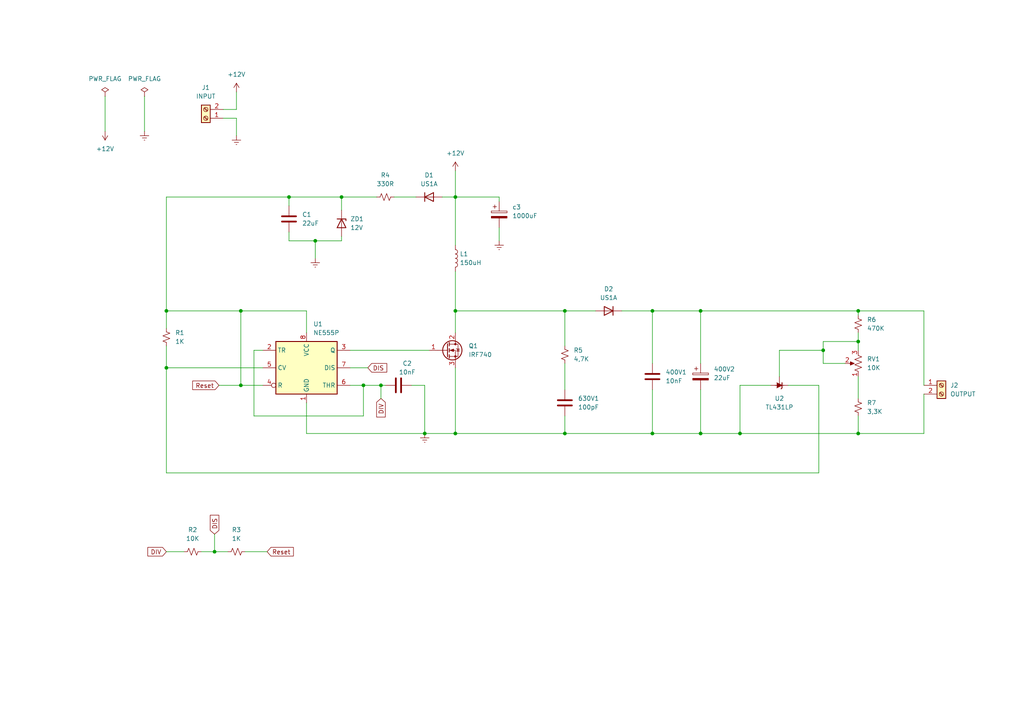
<source format=kicad_sch>
(kicad_sch (version 20230121) (generator eeschema)
  (paper "A4")
  (title_block (title "Voltage Booster Module ") (date "17.02.2023") (rev "1.0") (company "Code & More ") (comment 1 "drawn by Muxtar_Safarov"))
  (lib_symbols
    (symbol "Connector:Screw_Terminal_01x02" (pin_names (offset 1.016) hide)
      (property "Reference" "J" (at 0 2.54 0))
      (property "Value" "Screw_Terminal_01x02" (at 0 -5.08 0))
      (symbol "Screw_Terminal_01x02_1_1"
        (rectangle (start -1.27 1.27) (end 1.27 -3.81) (stroke (width 0.254)) (fill (type background)))
        (circle (center 0 -2.54) (radius 0.635) (stroke (width 0.1524)))
        (polyline (pts (xy -0.5334 -2.2098) (xy 0.3302 -3.048)) (stroke (width 0.1524)))
        (polyline (pts (xy -0.5334 0.3302) (xy 0.3302 -0.508)) (stroke (width 0.1524)))
        (polyline (pts (xy -0.3556 -2.032) (xy 0.508 -2.8702)) (stroke (width 0.1524)))
        (polyline (pts (xy -0.3556 0.508) (xy 0.508 -0.3302)) (stroke (width 0.1524)))
        (circle (center 0 0) (radius 0.635) (stroke (width 0.1524)))
        (pin passive line (at -5.08 0 0) (length 3.81) (name "Pin_1") (number "1"))
        (pin passive line (at -5.08 -2.54 0) (length 3.81) (name "Pin_2") (number "2"))
      )
    )
    (symbol "Device:C" (pin_numbers hide) (pin_names (offset 0.254))
      (property "Reference" "C" (at 0.635 2.54 0))
      (property "Value" "C" (at 0.635 -2.54 0))
      (symbol "C_0_1"
        (polyline (pts (xy -2.032 -0.762) (xy 2.032 -0.762)) (stroke (width 0.508)))
        (polyline (pts (xy -2.032 0.762) (xy 2.032 0.762)) (stroke (width 0.508)))
      )
      (symbol "C_1_1"
        (pin passive line (at 0 3.81 270) (length 2.794) (name "~") (number "1"))
        (pin passive line (at 0 -3.81 90) (length 2.794) (name "~") (number "2"))
      )
    )
    (symbol "Device:C_Polarized" (pin_numbers hide) (pin_names (offset 0.254))
      (property "Reference" "C" (at 0.635 2.54 0))
      (property "Value" "C_Polarized" (at 0.635 -2.54 0))
      (symbol "C_Polarized_0_1"
        (rectangle (start -2.286 0.508) (end 2.286 1.016))
        (polyline (pts (xy -1.778 2.286) (xy -0.762 2.286)))
        (polyline (pts (xy -1.27 2.794) (xy -1.27 1.778)))
        (rectangle (start 2.286 -0.508) (end -2.286 -1.016) (fill (type outline)))
      )
      (symbol "C_Polarized_1_1"
        (pin passive line (at 0 3.81 270) (length 2.794) (name "~") (number "1"))
        (pin passive line (at 0 -3.81 90) (length 2.794) (name "~") (number "2"))
      )
    )
    (symbol "Device:D_Zener" (pin_numbers hide) (pin_names (offset 1.016) hide)
      (property "Reference" "D" (at 0 2.54 0))
      (property "Value" "D_Zener" (at 0 -2.54 0))
      (symbol "D_Zener_0_1"
        (polyline (pts (xy 1.27 0) (xy -1.27 0)))
        (polyline (pts (xy -1.27 -1.27) (xy -1.27 1.27) (xy -0.762 1.27)) (stroke (width 0.254)))
        (polyline (pts (xy 1.27 -1.27) (xy 1.27 1.27) (xy -1.27 0) (xy 1.27 -1.27)) (stroke (width 0.254)))
      )
      (symbol "D_Zener_1_1"
        (pin passive line (at -3.81 0 0) (length 2.54) (name "K") (number "1"))
        (pin passive line (at 3.81 0 180) (length 2.54) (name "A") (number "2"))
      )
    )
    (symbol "Device:L" (pin_numbers hide) (pin_names (offset 1.016) hide)
      (property "Reference" "L" (at -1.27 0 90))
      (property "Value" "L" (at 1.905 0 90))
      (symbol "L_0_1"
        (arc (start 0 -2.54) (mid 0.6323 -1.905) (end 0 -1.27))
        (arc (start 0 -1.27) (mid 0.6323 -0.635) (end 0 0))
        (arc (start 0 0) (mid 0.6323 0.635) (end 0 1.27))
        (arc (start 0 1.27) (mid 0.6323 1.905) (end 0 2.54))
      )
      (symbol "L_1_1"
        (pin passive line (at 0 3.81 270) (length 1.27) (name "1") (number "1"))
        (pin passive line (at 0 -3.81 90) (length 1.27) (name "2") (number "2"))
      )
    )
    (symbol "Device:R_Potentiometer_US" (pin_names (offset 1.016) hide)
      (property "Reference" "RV" (at -4.445 0 90))
      (property "Value" "R_Potentiometer_US" (at -2.54 0 90))
      (symbol "R_Potentiometer_US_0_1"
        (polyline (pts (xy 0 -2.286) (xy 0 -2.54)))
        (polyline (pts (xy 0 2.54) (xy 0 2.286)))
        (polyline (pts (xy 2.54 0) (xy 1.524 0)))
        (polyline (pts (xy 1.143 0) (xy 2.286 0.508) (xy 2.286 -0.508) (xy 1.143 0)) (fill (type outline)))
        (polyline (pts (xy 0 -0.762) (xy 1.016 -1.143) (xy 0 -1.524) (xy -1.016 -1.905) (xy 0 -2.286)))
        (polyline (pts (xy 0 0.762) (xy 1.016 0.381) (xy 0 0) (xy -1.016 -0.381) (xy 0 -0.762)))
        (polyline (pts (xy 0 2.286) (xy 1.016 1.905) (xy 0 1.524) (xy -1.016 1.143) (xy 0 0.762)))
      )
      (symbol "R_Potentiometer_US_1_1"
        (pin passive line (at 0 3.81 270) (length 1.27) (name "1") (number "1"))
        (pin passive line (at 3.81 0 180) (length 1.27) (name "2") (number "2"))
        (pin passive line (at 0 -3.81 90) (length 1.27) (name "3") (number "3"))
      )
    )
    (symbol "Device:R_Small_US" (pin_numbers hide) (pin_names (offset 0.254) hide)
      (property "Reference" "R" (at 0.762 0.508 0))
      (property "Value" "R_Small_US" (at 0.762 -1.016 0))
      (symbol "R_Small_US_1_1"
        (polyline (pts (xy 0 0) (xy 1.016 -0.381) (xy 0 -0.762) (xy -1.016 -1.143) (xy 0 -1.524)))
        (polyline (pts (xy 0 1.524) (xy 1.016 1.143) (xy 0 0.762) (xy -1.016 0.381) (xy 0 0)))
        (pin passive line (at 0 2.54 270) (length 1.016) (name "~") (number "1"))
        (pin passive line (at 0 -2.54 90) (length 1.016) (name "~") (number "2"))
      )
    )
    (symbol "Diode:US1A" (pin_numbers hide) (pin_names hide)
      (property "Reference" "D" (at 0 2.54 0))
      (property "Value" "US1A" (at 0 -2.54 0))
      (symbol "US1A_0_1"
        (polyline (pts (xy -1.27 1.27) (xy -1.27 -1.27)) (stroke (width 0.254)))
        (polyline (pts (xy 1.27 0) (xy -1.27 0)))
        (polyline (pts (xy 1.27 1.27) (xy 1.27 -1.27) (xy -1.27 0) (xy 1.27 1.27)) (stroke (width 0.254)))
      )
      (symbol "US1A_1_1"
        (pin passive line (at -3.81 0 0) (length 2.54) (name "K") (number "1"))
        (pin passive line (at 3.81 0 180) (length 2.54) (name "A") (number "2"))
      )
    )
    (symbol "Reference_Voltage:TL431LP" (pin_numbers hide) (pin_names hide)
      (property "Reference" "U" (at -2.54 2.54 0))
      (property "Value" "TL431LP" (at 0 -2.54 0))
      (symbol "TL431LP_0_1"
        (polyline (pts (xy -1.27 0) (xy 0 0) (xy 1.27 0)))
        (polyline (pts (xy -0.762 0.762) (xy 0.762 0) (xy -0.762 -0.762)) (fill (type outline)))
        (polyline (pts (xy 0.508 -1.016) (xy 0.762 -0.762) (xy 0.762 0.762) (xy 0.762 0.762)) (stroke (width 0.254)))
      )
      (symbol "TL431LP_1_1"
        (pin passive line (at 0 2.54 270) (length 2.54) (name "REF") (number "1"))
        (pin passive line (at -2.54 0 0) (length 2.54) (name "A") (number "2"))
        (pin passive line (at 2.54 0 180) (length 2.54) (name "K") (number "3"))
      )
    )
    (symbol "Timer:NE555P"
      (property "Reference" "U" (at -10.16 8.89 0))
      (property "Value" "NE555P" (at 2.54 8.89 0))
      (symbol "NE555P_0_0"
        (pin power_in line (at 0 -10.16 90) (length 2.54) (name "GND") (number "1"))
        (pin power_in line (at 0 10.16 270) (length 2.54) (name "VCC") (number "8"))
      )
      (symbol "NE555P_0_1"
        (rectangle (start -8.89 -7.62) (end 8.89 7.62) (stroke (width 0.254)) (fill (type background)))
        (rectangle (start -8.89 -7.62) (end 8.89 7.62) (stroke (width 0.254)) (fill (type background)))
      )
      (symbol "NE555P_1_1"
        (pin input line (at -12.7 5.08 0) (length 3.81) (name "TR") (number "2"))
        (pin output line (at 12.7 5.08 180) (length 3.81) (name "Q") (number "3"))
        (pin input inverted (at -12.7 -5.08 0) (length 3.81) (name "R") (number "4"))
        (pin input line (at -12.7 0 0) (length 3.81) (name "CV") (number "5"))
        (pin input line (at 12.7 -5.08 180) (length 3.81) (name "THR") (number "6"))
        (pin input line (at 12.7 0 180) (length 3.81) (name "DIS") (number "7"))
      )
    )
    (symbol "Transistor_FET:IRF740" (pin_names hide)
      (property "Reference" "Q" (at 6.35 1.905 0))
      (property "Value" "IRF740" (at 6.35 0 0))
      (symbol "IRF740_0_1"
        (polyline (pts (xy 0.254 0) (xy -2.54 0)))
        (polyline (pts (xy 0.254 1.905) (xy 0.254 -1.905)) (stroke (width 0.254)))
        (polyline (pts (xy 0.762 -1.27) (xy 0.762 -2.286)) (stroke (width 0.254)))
        (polyline (pts (xy 0.762 0.508) (xy 0.762 -0.508)) (stroke (width 0.254)))
        (polyline (pts (xy 0.762 2.286) (xy 0.762 1.27)) (stroke (width 0.254)))
        (polyline (pts (xy 2.54 2.54) (xy 2.54 1.778)))
        (polyline (pts (xy 2.54 -2.54) (xy 2.54 0) (xy 0.762 0)))
        (polyline (pts (xy 0.762 -1.778) (xy 3.302 -1.778) (xy 3.302 1.778) (xy 0.762 1.778)))
        (polyline (pts (xy 1.016 0) (xy 2.032 0.381) (xy 2.032 -0.381) (xy 1.016 0)) (fill (type outline)))
        (polyline (pts (xy 2.794 0.508) (xy 2.921 0.381) (xy 3.683 0.381) (xy 3.81 0.254)))
        (polyline (pts (xy 3.302 0.381) (xy 2.921 -0.254) (xy 3.683 -0.254) (xy 3.302 0.381)))
        (circle (center 1.651 0) (radius 2.794) (stroke (width 0.254)))
        (circle (center 2.54 -1.778) (radius 0.254) (fill (type outline)))
        (circle (center 2.54 1.778) (radius 0.254) (fill (type outline)))
      )
      (symbol "IRF740_1_1"
        (pin input line (at -5.08 0 0) (length 2.54) (name "G") (number "1"))
        (pin passive line (at 2.54 5.08 270) (length 2.54) (name "D") (number "2"))
        (pin passive line (at 2.54 -5.08 90) (length 2.54) (name "S") (number "3"))
      )
    )
    (symbol "power:+12V" (power) (pin_names (offset 0))
      (property "Value" "+12V" (at 0 3.556 0))
      (symbol "+12V_0_1"
        (polyline (pts (xy -0.762 1.27) (xy 0 2.54)))
        (polyline (pts (xy 0 0) (xy 0 2.54)))
        (polyline (pts (xy 0 2.54) (xy 0.762 1.27)))
      )
      (symbol "+12V_1_1"
        (pin power_in line (at 0 0 90) (length 0) hide (name "+12V") (number "1"))
      )
    )
    (symbol "power:Earth" (power) (pin_names (offset 0))
      (symbol "Earth_0_1"
        (polyline (pts (xy -0.635 -1.905) (xy 0.635 -1.905)))
        (polyline (pts (xy -0.127 -2.54) (xy 0.127 -2.54)))
        (polyline (pts (xy 0 -1.27) (xy 0 0)))
        (polyline (pts (xy 1.27 -1.27) (xy -1.27 -1.27)))
      )
      (symbol "Earth_1_1"
        (pin power_in line (at 0 0 270) (length 0) hide (name "Earth") (number "1"))
      )
    )
    (symbol "power:PWR_FLAG" (power) (pin_numbers hide) (pin_names (offset 0) hide)
      (property "Value" "PWR_FLAG" (at 0 3.81 0))
      (symbol "PWR_FLAG_0_0"
        (pin power_out line (at 0 0 90) (length 0) (name "pwr") (number "1"))
      )
      (symbol "PWR_FLAG_0_1"
        (polyline (pts (xy 0 0) (xy 0 1.27) (xy -1.016 1.905) (xy 0 2.54) (xy 1.016 1.905) (xy 0 1.27)))
      )
    )
  )
  (junction (at 62.23 160.02))
  (junction (at 132.08 57.15))
  (junction (at 48.26 90.17))
  (junction (at 110.49 111.76))
  (junction (at 189.23 125.73))
  (junction (at 248.92 90.17))
  (junction (at 105.41 111.76))
  (junction (at 91.44 69.85))
  (junction (at 238.76 101.6))
  (junction (at 189.23 90.17))
  (junction (at 214.63 125.73))
  (junction (at 69.85 90.17))
  (junction (at 163.83 125.73))
  (junction (at 248.92 99.06))
  (junction (at 48.26 106.68))
  (junction (at 99.06 57.15))
  (junction (at 132.08 90.17))
  (junction (at 69.85 111.76))
  (junction (at 123.19 125.73))
  (junction (at 203.2 125.73))
  (junction (at 163.83 90.17))
  (junction (at 203.2 90.17))
  (junction (at 248.92 125.73))
  (junction (at 83.82 57.15))
  (junction (at 132.08 125.73))
  (wire (pts (xy 68.58 26.67) (xy 68.58 31.75)))
  (wire (pts (xy 237.49 111.76) (xy 228.6 111.76)))
  (wire (pts (xy 238.76 101.6) (xy 238.76 99.06)))
  (wire (pts (xy 248.92 120.65) (xy 248.92 125.73)))
  (wire (pts (xy 267.97 111.76) (xy 267.97 90.17)))
  (wire (pts (xy 83.82 69.85) (xy 91.44 69.85)))
  (wire (pts (xy 105.41 120.65) (xy 105.41 111.76)))
  (wire (pts (xy 114.3 57.15) (xy 120.65 57.15)))
  (wire (pts (xy 110.49 115.57) (xy 110.49 111.76)))
  (wire (pts (xy 99.06 57.15) (xy 109.22 57.15)))
  (wire (pts (xy 73.66 120.65) (xy 105.41 120.65)))
  (wire (pts (xy 163.83 90.17) (xy 132.08 90.17)))
  (wire (pts (xy 223.52 111.76) (xy 214.63 111.76)))
  (wire (pts (xy 214.63 125.73) (xy 203.2 125.73)))
  (wire (pts (xy 30.48 27.94) (xy 30.48 38.1)))
  (wire (pts (xy 48.26 57.15) (xy 48.26 90.17)))
  (wire (pts (xy 144.78 66.04) (xy 144.78 69.85)))
  (wire (pts (xy 214.63 111.76) (xy 214.63 125.73)))
  (wire (pts (xy 132.08 90.17) (xy 132.08 96.52)))
  (wire (pts (xy 189.23 113.03) (xy 189.23 125.73)))
  (wire (pts (xy 48.26 90.17) (xy 48.26 95.25)))
  (wire (pts (xy 99.06 68.58) (xy 99.06 69.85)))
  (wire (pts (xy 132.08 125.73) (xy 123.19 125.73)))
  (wire (pts (xy 226.06 109.22) (xy 226.06 101.6)))
  (wire (pts (xy 180.34 90.17) (xy 189.23 90.17)))
  (wire (pts (xy 91.44 69.85) (xy 99.06 69.85)))
  (wire (pts (xy 237.49 137.16) (xy 237.49 111.76)))
  (wire (pts (xy 76.2 101.6) (xy 73.66 101.6)))
  (wire (pts (xy 63.5 111.76) (xy 69.85 111.76)))
  (wire (pts (xy 91.44 69.85) (xy 91.44 74.93)))
  (wire (pts (xy 214.63 125.73) (xy 248.92 125.73)))
  (wire (pts (xy 144.78 58.42) (xy 144.78 57.15)))
  (wire (pts (xy 245.11 105.41) (xy 238.76 105.41)))
  (wire (pts (xy 62.23 154.94) (xy 62.23 160.02)))
  (wire (pts (xy 163.83 100.33) (xy 163.83 90.17)))
  (wire (pts (xy 132.08 49.53) (xy 132.08 57.15)))
  (wire (pts (xy 128.27 57.15) (xy 132.08 57.15)))
  (wire (pts (xy 248.92 99.06) (xy 248.92 101.6)))
  (wire (pts (xy 64.77 34.29) (xy 68.58 34.29)))
  (wire (pts (xy 123.19 125.73) (xy 88.9 125.73)))
  (wire (pts (xy 71.12 160.02) (xy 77.47 160.02)))
  (wire (pts (xy 58.42 160.02) (xy 62.23 160.02)))
  (wire (pts (xy 238.76 105.41) (xy 238.76 101.6)))
  (wire (pts (xy 163.83 90.17) (xy 172.72 90.17)))
  (wire (pts (xy 248.92 109.22) (xy 248.92 115.57)))
  (wire (pts (xy 248.92 90.17) (xy 267.97 90.17)))
  (wire (pts (xy 83.82 59.69) (xy 83.82 57.15)))
  (wire (pts (xy 88.9 125.73) (xy 88.9 116.84)))
  (wire (pts (xy 267.97 114.3) (xy 267.97 125.73)))
  (wire (pts (xy 248.92 96.52) (xy 248.92 99.06)))
  (wire (pts (xy 64.77 31.75) (xy 68.58 31.75)))
  (wire (pts (xy 163.83 120.65) (xy 163.83 125.73)))
  (wire (pts (xy 105.41 111.76) (xy 101.6 111.76)))
  (wire (pts (xy 88.9 96.52) (xy 88.9 90.17)))
  (wire (pts (xy 203.2 113.03) (xy 203.2 125.73)))
  (wire (pts (xy 132.08 78.74) (xy 132.08 90.17)))
  (wire (pts (xy 73.66 101.6) (xy 73.66 120.65)))
  (wire (pts (xy 48.26 160.02) (xy 53.34 160.02)))
  (wire (pts (xy 68.58 34.29) (xy 68.58 39.37)))
  (wire (pts (xy 48.26 100.33) (xy 48.26 106.68)))
  (wire (pts (xy 189.23 90.17) (xy 189.23 105.41)))
  (wire (pts (xy 189.23 125.73) (xy 163.83 125.73)))
  (wire (pts (xy 267.97 125.73) (xy 248.92 125.73)))
  (wire (pts (xy 48.26 106.68) (xy 48.26 137.16)))
  (wire (pts (xy 41.91 27.94) (xy 41.91 38.1)))
  (wire (pts (xy 132.08 57.15) (xy 144.78 57.15)))
  (wire (pts (xy 69.85 111.76) (xy 69.85 90.17)))
  (wire (pts (xy 69.85 90.17) (xy 48.26 90.17)))
  (wire (pts (xy 226.06 101.6) (xy 238.76 101.6)))
  (wire (pts (xy 48.26 137.16) (xy 237.49 137.16)))
  (wire (pts (xy 189.23 125.73) (xy 203.2 125.73)))
  (wire (pts (xy 110.49 111.76) (xy 111.76 111.76)))
  (wire (pts (xy 163.83 105.41) (xy 163.83 113.03)))
  (wire (pts (xy 119.38 111.76) (xy 123.19 111.76)))
  (wire (pts (xy 83.82 57.15) (xy 99.06 57.15)))
  (wire (pts (xy 203.2 90.17) (xy 189.23 90.17)))
  (wire (pts (xy 132.08 125.73) (xy 163.83 125.73)))
  (wire (pts (xy 203.2 105.41) (xy 203.2 90.17)))
  (wire (pts (xy 105.41 111.76) (xy 110.49 111.76)))
  (wire (pts (xy 48.26 57.15) (xy 83.82 57.15)))
  (wire (pts (xy 132.08 106.68) (xy 132.08 125.73)))
  (wire (pts (xy 101.6 106.68) (xy 106.68 106.68)))
  (wire (pts (xy 88.9 90.17) (xy 69.85 90.17)))
  (wire (pts (xy 123.19 111.76) (xy 123.19 125.73)))
  (wire (pts (xy 76.2 106.68) (xy 48.26 106.68)))
  (wire (pts (xy 238.76 99.06) (xy 248.92 99.06)))
  (wire (pts (xy 62.23 160.02) (xy 66.04 160.02)))
  (wire (pts (xy 132.08 71.12) (xy 132.08 57.15)))
  (wire (pts (xy 76.2 111.76) (xy 69.85 111.76)))
  (wire (pts (xy 101.6 101.6) (xy 124.46 101.6)))
  (wire (pts (xy 248.92 91.44) (xy 248.92 90.17)))
  (wire (pts (xy 83.82 67.31) (xy 83.82 69.85)))
  (wire (pts (xy 99.06 57.15) (xy 99.06 60.96)))
  (wire (pts (xy 203.2 90.17) (xy 248.92 90.17)))
  (global_label "Reset" (shape input) (at 63.5 111.76 180) (property "Intersheetrefs" "${INTERSHEET_REFS}" (effects hide)))
  (global_label "DIS" (shape input) (at 62.23 154.94 90) (property "Intersheetrefs" "${INTERSHEET_REFS}" (effects hide)))
  (global_label "DIS" (shape input) (at 106.68 106.68 0) (property "Intersheetrefs" "${INTERSHEET_REFS}" (effects hide)))
  (global_label "DIV" (shape input) (at 48.26 160.02 180) (property "Intersheetrefs" "${INTERSHEET_REFS}" (effects hide)))
  (global_label "Reset" (shape input) (at 77.47 160.02 0) (property "Intersheetrefs" "${INTERSHEET_REFS}" (effects hide)))
  (global_label "DIV" (shape input) (at 110.49 115.57 270) (property "Intersheetrefs" "${INTERSHEET_REFS}" (effects hide)))
  (symbol (lib_id "power:+12V") (at 132.08 49.53 0) (unit 1)
    (property "Reference" "#PWR07" (effects hide))
    (property "Value" "+12V" (at 132.08 44.45 0))
  )
  (symbol (lib_id "Device:R_Small_US") (at 55.88 160.02 90) (unit 1)
    (property "Reference" "R2" (at 55.88 153.67 90))
    (property "Value" "10K" (at 55.88 156.21 90))
    (property "Footprint" "Resistor_THT:R_Axial_DIN0309_L9.0mm_D3.2mm_P15.24mm_Horizontal" (effects hide))
  )
  (symbol (lib_id "Device:L") (at 132.08 74.93 0) (unit 1)
    (property "Reference" "L1" (at 133.35 73.66 0) (effects (justify left)))
    (property "Value" "150uH" (at 133.35 76.2 0) (effects (justify left)))
    (property "Footprint" "Inductor_THT:L_Radial_D7.0mm_P3.00mm" (effects hide))
  )
  (symbol (lib_id "Connector:Screw_Terminal_01x02") (at 59.69 34.29 180) (unit 1)
    (property "Reference" "J1" (at 59.69 25.4 0))
    (property "Value" "INPUT" (at 59.69 27.94 0))
    (property "Footprint" "TerminalBlock:TerminalBlock_bornier-2_P5.08mm" (effects hide))
  )
  (symbol (lib_id "Device:R_Potentiometer_US") (at 248.92 105.41 180) (unit 1)
    (property "Reference" "RV1" (at 251.46 104.14 0) (effects (justify right)))
    (property "Value" "10K" (at 251.46 106.68 0) (effects (justify right)))
    (property "Footprint" "Potentiometer_THT:Potentiometer_Vishay_148-149_Single_Horizontal" (effects hide))
  )
  (symbol (lib_id "Device:C_Polarized") (at 144.78 62.23 0) (unit 1)
    (property "Reference" "c3" (at 148.59 60.071 0) (effects (justify left)))
    (property "Value" "1000uF" (at 148.59 62.611 0) (effects (justify left)))
    (property "Footprint" "Capacitor_THT:CP_Radial_D13.0mm_P7.50mm" (effects hide))
  )
  (symbol (lib_id "power:Earth") (at 41.91 38.1 0) (unit 1)
    (property "Reference" "#PWR02" (effects hide))
    (property "Value" "Earth" (effects hide))
  )
  (symbol (lib_id "power:Earth") (at 123.19 125.73 0) (unit 1)
    (property "Reference" "#PWR06" (effects hide))
    (property "Value" "Earth" (effects hide))
  )
  (symbol (lib_id "Transistor_FET:IRF740") (at 129.54 101.6 0) (unit 1)
    (property "Reference" "Q1" (at 135.89 100.33 0) (effects (justify left)))
    (property "Value" "IRF740" (at 135.89 102.87 0) (effects (justify left)))
    (property "Footprint" "Package_TO_SOT_THT:TO-220-3_Vertical" (effects hide))
    (property "Datasheet" "http://www.vishay.com/docs/91054/91054.pdf" (effects hide))
  )
  (symbol (lib_id "power:+12V") (at 68.58 26.67 0) (unit 1)
    (property "Reference" "#PWR03" (effects hide))
    (property "Value" "+12V" (at 68.58 21.59 0))
  )
  (symbol (lib_id "power:Earth") (at 68.58 39.37 0) (unit 1)
    (property "Reference" "#PWR04" (effects hide))
    (property "Value" "Earth" (effects hide))
  )
  (symbol (lib_id "Device:R_Small_US") (at 48.26 97.79 0) (unit 1)
    (property "Reference" "R1" (at 50.8 96.52 0) (effects (justify left)))
    (property "Value" "1K" (at 50.8 99.06 0) (effects (justify left)))
    (property "Footprint" "Resistor_THT:R_Axial_DIN0411_L9.9mm_D3.6mm_P7.62mm_Vertical" (effects hide))
  )
  (symbol (lib_id "power:PWR_FLAG") (at 41.91 27.94 0) (unit 1)
    (property "Reference" "#FLG02" (effects hide))
    (property "Value" "PWR_FLAG" (at 41.91 22.86 0))
  )
  (symbol (lib_id "power:PWR_FLAG") (at 30.48 27.94 0) (unit 1)
    (property "Reference" "#FLG01" (effects hide))
    (property "Value" "PWR_FLAG" (at 30.48 22.86 0))
  )
  (symbol (lib_id "Device:R_Small_US") (at 111.76 57.15 90) (unit 1)
    (property "Reference" "R4" (at 111.76 50.8 90))
    (property "Value" "330R" (at 111.76 53.34 90))
    (property "Footprint" "Resistor_THT:R_Axial_DIN0207_L6.3mm_D2.5mm_P15.24mm_Horizontal" (effects hide))
  )
  (symbol (lib_id "Diode:US1A") (at 124.46 57.15 0) (unit 1)
    (property "Reference" "D1" (at 124.46 50.8 0))
    (property "Value" "US1A" (at 124.46 53.34 0))
    (property "Footprint" "Diode_SMD:D_SMA" (effects hide))
    (property "Datasheet" "https://www.diodes.com/assets/Datasheets/ds16008.pdf" (effects hide))
    (property "Sim.Device" "D" (effects hide))
    (property "Sim.Pins" "1=K 2=A" (effects hide))
  )
  (symbol (lib_id "power:Earth") (at 144.78 69.85 0) (unit 1)
    (property "Reference" "#PWR08" (effects hide))
    (property "Value" "Earth" (effects hide))
  )
  (symbol (lib_id "Device:R_Small_US") (at 248.92 93.98 0) (unit 1)
    (property "Reference" "R6" (at 251.46 92.71 0) (effects (justify left)))
    (property "Value" "470K" (at 251.46 95.25 0) (effects (justify left)))
    (property "Footprint" "Resistor_THT:R_Axial_DIN0207_L6.3mm_D2.5mm_P15.24mm_Horizontal" (effects hide))
  )
  (symbol (lib_id "Device:C") (at 83.82 63.5 0) (unit 1)
    (property "Reference" "C1" (at 87.63 62.23 0) (effects (justify left)))
    (property "Value" "22uF" (at 87.63 64.77 0) (effects (justify left)))
    (property "Footprint" "Capacitor_THT:C_Disc_D7.5mm_W5.0mm_P7.50mm" (effects hide))
  )
  (symbol (lib_id "Device:R_Small_US") (at 248.92 118.11 0) (unit 1)
    (property "Reference" "R7" (at 251.46 116.84 0) (effects (justify left)))
    (property "Value" "3,3K" (at 251.46 119.38 0) (effects (justify left)))
    (property "Footprint" "Resistor_THT:R_Axial_DIN0207_L6.3mm_D2.5mm_P15.24mm_Horizontal" (effects hide))
  )
  (symbol (lib_id "power:Earth") (at 91.44 74.93 0) (unit 1)
    (property "Reference" "#PWR05" (effects hide))
    (property "Value" "Earth" (effects hide))
  )
  (symbol (lib_id "Timer:NE555P") (at 88.9 106.68 0) (unit 1)
    (property "Reference" "U1" (at 90.8559 93.98 0) (effects (justify left)))
    (property "Value" "NE555P" (at 90.8559 96.52 0) (effects (justify left)))
    (property "Footprint" "Package_DIP:DIP-8_W7.62mm" (effects hide))
    (property "Datasheet" "http://www.ti.com/lit/ds/symlink/ne555.pdf" (effects hide))
  )
  (symbol (lib_id "Device:C") (at 163.83 116.84 180) (unit 1)
    (property "Reference" "630V1" (at 167.64 115.57 0) (effects (justify right)))
    (property "Value" "100pF" (at 167.64 118.11 0) (effects (justify right)))
    (property "Footprint" "Capacitor_THT:C_Rect_L13.0mm_W4.0mm_P10.00mm_FKS3_FKP3_MKS4" (effects hide))
  )
  (symbol (lib_id "Device:C_Polarized") (at 203.2 109.22 0) (unit 1)
    (property "Reference" "400V2" (at 207.01 107.061 0) (effects (justify left)))
    (property "Value" "22uF" (at 207.01 109.601 0) (effects (justify left)))
    (property "Footprint" "Capacitor_THT:CP_Radial_D13.0mm_P7.50mm" (effects hide))
  )
  (symbol (lib_id "Device:R_Small_US") (at 68.58 160.02 90) (unit 1)
    (property "Reference" "R3" (at 68.58 153.67 90))
    (property "Value" "1K" (at 68.58 156.21 90))
    (property "Footprint" "Resistor_THT:R_Axial_DIN0411_L9.9mm_D3.6mm_P7.62mm_Vertical" (effects hide))
  )
  (symbol (lib_id "Device:D_Zener") (at 99.06 64.77 270) (unit 1)
    (property "Reference" "ZD1" (at 101.6 63.5 90) (effects (justify left)))
    (property "Value" "12V" (at 101.6 66.04 90) (effects (justify left)))
    (property "Footprint" "Diode_THT:D_T-1_P12.70mm_Horizontal" (effects hide))
  )
  (symbol (lib_id "Device:R_Small_US") (at 163.83 102.87 0) (unit 1)
    (property "Reference" "R5" (at 166.37 101.6 0) (effects (justify left)))
    (property "Value" "4,7K" (at 166.37 104.14 0) (effects (justify left)))
    (property "Footprint" "Resistor_THT:R_Axial_DIN0309_L9.0mm_D3.2mm_P15.24mm_Horizontal" (effects hide))
  )
  (symbol (lib_id "power:+12V") (at 30.48 38.1 180) (unit 1)
    (property "Reference" "#PWR01" (effects hide))
    (property "Value" "+12V" (at 30.48 43.18 0))
  )
  (symbol (lib_id "Diode:US1A") (at 176.53 90.17 180) (unit 1)
    (property "Reference" "D2" (at 176.53 83.82 0))
    (property "Value" "US1A" (at 176.53 86.36 0))
    (property "Footprint" "Diode_SMD:D_SMA" (effects hide))
    (property "Datasheet" "https://www.diodes.com/assets/Datasheets/ds16008.pdf" (effects hide))
    (property "Sim.Device" "D" (effects hide))
    (property "Sim.Pins" "1=K 2=A" (effects hide))
  )
  (symbol (lib_id "Device:C") (at 189.23 109.22 0) (unit 1)
    (property "Reference" "400V1" (at 193.04 107.95 0) (effects (justify left)))
    (property "Value" "10nF" (at 193.04 110.49 0) (effects (justify left)))
    (property "Footprint" "Capacitor_THT:C_Rect_L13.0mm_W4.0mm_P10.00mm_FKS3_FKP3_MKS4" (effects hide))
  )
  (symbol (lib_id "Reference_Voltage:TL431LP") (at 226.06 111.76 0) (unit 1)
    (property "Reference" "U2" (at 226.06 115.57 0))
    (property "Value" "TL431LP" (at 226.06 118.11 0))
    (property "Footprint" "Package_TO_SOT_THT:TO-92_Inline" (effects hide))
    (property "Datasheet" "http://www.ti.com/lit/ds/symlink/tl431.pdf" (effects hide))
  )
  (symbol (lib_id "Connector:Screw_Terminal_01x02") (at 273.05 111.76 0) (unit 1)
    (property "Reference" "J2" (at 275.59 111.76 0) (effects (justify left)))
    (property "Value" "OUTPUT" (at 275.59 114.3 0) (effects (justify left)))
    (property "Footprint" "TerminalBlock:TerminalBlock_bornier-2_P5.08mm" (effects hide))
  )
  (symbol (lib_id "Device:C") (at 115.57 111.76 90) (unit 1)
    (property "Reference" "C2" (at 118.11 105.41 90))
    (property "Value" "10nF" (at 118.11 107.95 90))
    (property "Footprint" "Capacitor_THT:C_Disc_D7.5mm_W5.0mm_P7.50mm" (effects hide))
  )
)
</source>
